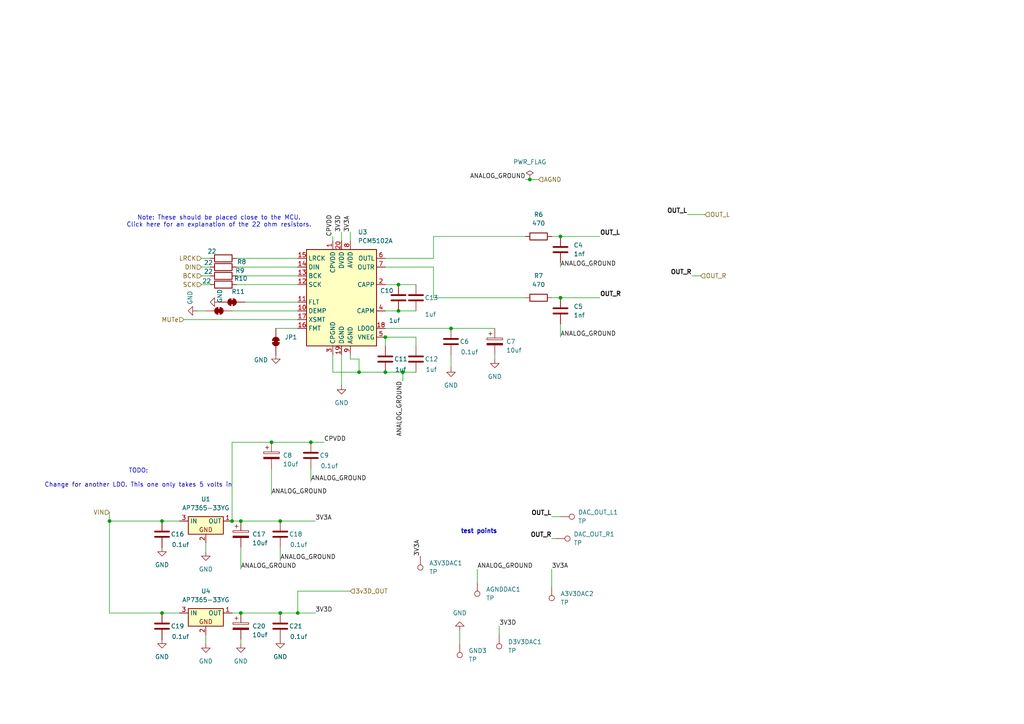
<source format=kicad_sch>
(kicad_sch (version 20231120) (generator "eeschema") (generator_version "8.0")
  (paper "A4")
  (lib_symbols
    (symbol "Audio:PCM5102A"
      (property "Reference" "U" (at -10.16 13.97 0))
      (property "Value" "PCM5102A" (at 3.81 13.97 0))
      (symbol "PCM5102A_0_1"
        (rectangle (start -10.16 12.7) (end 10.16 -15.24) (stroke (width 0.254)) (fill (type background)))
      )
      (symbol "PCM5102A_1_1"
        (pin passive line (at -2.54 15.24 270) (length 2.54) (name "CPVDD") (number "1"))
        (pin input line (at -12.7 -5.08 0) (length 2.54) (name "DEMP") (number "10"))
        (pin input line (at -12.7 -2.54 0) (length 2.54) (name "FLT") (number "11"))
        (pin input line (at -12.7 2.54 0) (length 2.54) (name "SCK") (number "12"))
        (pin input line (at -12.7 5.08 0) (length 2.54) (name "BCK") (number "13"))
        (pin input line (at -12.7 7.62 0) (length 2.54) (name "DIN") (number "14"))
        (pin input line (at -12.7 10.16 0) (length 2.54) (name "LRCK") (number "15"))
        (pin input line (at -12.7 -10.16 0) (length 2.54) (name "FMT") (number "16"))
        (pin input line (at -12.7 -7.62 0) (length 2.54) (name "XSMT") (number "17"))
        (pin passive line (at 12.7 -10.16 180) (length 2.54) (name "LDOO") (number "18"))
        (pin power_in line (at 0 -17.78 90) (length 2.54) (name "DGND") (number "19"))
        (pin passive line (at 12.7 2.54 180) (length 2.54) (name "CAPP") (number "2"))
        (pin power_in line (at 0 15.24 270) (length 2.54) (name "DVDD") (number "20"))
        (pin power_in line (at -2.54 -17.78 90) (length 2.54) (name "CPGND") (number "3"))
        (pin passive line (at 12.7 -5.08 180) (length 2.54) (name "CAPM") (number "4"))
        (pin passive line (at 12.7 -12.7 180) (length 2.54) (name "VNEG") (number "5"))
        (pin output line (at 12.7 10.16 180) (length 2.54) (name "OUTL") (number "6"))
        (pin output line (at 12.7 7.62 180) (length 2.54) (name "OUTR") (number "7"))
        (pin power_in line (at 2.54 15.24 270) (length 2.54) (name "AVDD") (number "8"))
        (pin power_in line (at 2.54 -17.78 90) (length 2.54) (name "AGND") (number "9"))
      )
    )
    (symbol "Connector:TestPoint" (pin_numbers hide) (pin_names (offset 0.762) hide)
      (property "Reference" "TP" (at 0 6.858 0))
      (property "Value" "TestPoint" (at 0 5.08 0))
      (symbol "TestPoint_0_1"
        (circle (center 0 3.302) (radius 0.762))
      )
      (symbol "TestPoint_1_1"
        (pin passive line (at 0 0 90) (length 2.54) (name "1") (number "1"))
      )
    )
    (symbol "Device:C" (pin_numbers hide) (pin_names (offset 0.254))
      (property "Reference" "C" (at 0.635 2.54 0))
      (property "Value" "C" (at 0.635 -2.54 0))
      (symbol "C_0_1"
        (polyline (pts (xy -2.032 -0.762) (xy 2.032 -0.762)) (stroke (width 0.508)))
        (polyline (pts (xy -2.032 0.762) (xy 2.032 0.762)) (stroke (width 0.508)))
      )
      (symbol "C_1_1"
        (pin passive line (at 0 3.81 270) (length 2.794) (name "~") (number "1"))
        (pin passive line (at 0 -3.81 90) (length 2.794) (name "~") (number "2"))
      )
    )
    (symbol "Device:C_Polarized" (pin_numbers hide) (pin_names (offset 0.254))
      (property "Reference" "C" (at 0.635 2.54 0))
      (property "Value" "C_Polarized" (at 0.635 -2.54 0))
      (symbol "C_Polarized_0_1"
        (rectangle (start -2.286 0.508) (end 2.286 1.016))
        (polyline (pts (xy -1.778 2.286) (xy -0.762 2.286)))
        (polyline (pts (xy -1.27 2.794) (xy -1.27 1.778)))
        (rectangle (start 2.286 -0.508) (end -2.286 -1.016) (fill (type outline)))
      )
      (symbol "C_Polarized_1_1"
        (pin passive line (at 0 3.81 270) (length 2.794) (name "~") (number "1"))
        (pin passive line (at 0 -3.81 90) (length 2.794) (name "~") (number "2"))
      )
    )
    (symbol "Device:R" (pin_numbers hide) (pin_names (offset 0))
      (property "Reference" "R" (at 2.032 0 90))
      (property "Value" "R" (at 0 0 90))
      (symbol "R_0_1"
        (rectangle (start -1.016 -2.54) (end 1.016 2.54) (stroke (width 0.254)))
      )
      (symbol "R_1_1"
        (pin passive line (at 0 3.81 270) (length 1.27) (name "~") (number "1"))
        (pin passive line (at 0 -3.81 90) (length 1.27) (name "~") (number "2"))
      )
    )
    (symbol "Jumper:SolderJumper_2_Bridged" (pin_numbers hide) (pin_names (offset 0) hide) (exclude_from_sim yes) (in_bom no)
      (property "Reference" "JP" (at 0 2.032 0))
      (property "Value" "SolderJumper_2_Bridged" (at 0 -2.54 0))
      (symbol "SolderJumper_2_Bridged_0_1"
        (rectangle (start -0.508 0.508) (end 0.508 -0.508) (fill (type outline)))
        (arc (start -0.254 1.016) (mid -1.2656 0) (end -0.254 -1.016))
        (arc (start -0.254 1.016) (mid -1.2656 0) (end -0.254 -1.016) (fill (type outline)))
        (polyline (pts (xy -0.254 1.016) (xy -0.254 -1.016)))
        (polyline (pts (xy 0.254 1.016) (xy 0.254 -1.016)))
        (arc (start 0.254 -1.016) (mid 1.2656 0) (end 0.254 1.016))
        (arc (start 0.254 -1.016) (mid 1.2656 0) (end 0.254 1.016) (fill (type outline)))
      )
      (symbol "SolderJumper_2_Bridged_1_1"
        (pin passive line (at -3.81 0 0) (length 2.54) (name "A") (number "1"))
        (pin passive line (at 3.81 0 180) (length 2.54) (name "B") (number "2"))
      )
    )
    (symbol "PCM_Voltage_Regulator_AKL:AP7365-33YG"
      (property "Reference" "U" (at 0 6.35 0))
      (property "Value" "AP7365-33YG" (at 0 3.81 0))
      (symbol "AP7365-33YG_0_0"
        (rectangle (start -5.08 1.27) (end 5.08 -3.81) (stroke (width 0.254)) (fill (type background)))
        (text "GND" (at 0 -2.54 0) (effects (font (size 1.27 1.27))))
      )
      (symbol "AP7365-33YG_1_1"
        (pin power_out line (at 7.62 0 180) (length 2.54) (name "OUT") (number "1"))
        (pin power_in line (at 0 -6.35 90) (length 2.54) (name "~") (number "2"))
        (pin power_in line (at -7.62 0 0) (length 2.54) (name "IN") (number "3"))
      )
    )
    (symbol "power:GND" (power) (pin_numbers hide) (pin_names (offset 0) hide)
      (property "Value" "GND" (at 0 -3.81 0))
      (symbol "GND_0_1"
        (polyline (pts (xy 0 0) (xy 0 -1.27) (xy 1.27 -1.27) (xy 0 -2.54) (xy -1.27 -1.27) (xy 0 -1.27)))
      )
      (symbol "GND_1_1"
        (pin power_in line (at 0 0 270) (length 0) (name "~") (number "1"))
      )
    )
    (symbol "power:PWR_FLAG" (power) (pin_numbers hide) (pin_names (offset 0) hide)
      (property "Value" "PWR_FLAG" (at 0 3.81 0))
      (symbol "PWR_FLAG_0_0"
        (pin power_out line (at 0 0 90) (length 0) (name "~") (number "1"))
      )
      (symbol "PWR_FLAG_0_1"
        (polyline (pts (xy 0 0) (xy 0 1.27) (xy -1.016 1.905) (xy 0 2.54) (xy 1.016 1.905) (xy 0 1.27)))
      )
    )
  )
  (junction (at 86.36 177.8))
  (junction (at 115.57 82.55))
  (junction (at 104.14 107.95))
  (junction (at 46.99 151.13))
  (junction (at 90.17 128.27))
  (junction (at 162.56 68.58))
  (junction (at 81.28 151.13))
  (junction (at 153.67 52.07))
  (junction (at 78.74 128.27))
  (junction (at 162.56 86.36))
  (junction (at 111.76 107.95))
  (junction (at 69.85 177.8))
  (junction (at 115.57 90.17))
  (junction (at 111.76 97.79))
  (junction (at 116.84 107.95))
  (junction (at 81.28 177.8))
  (junction (at 67.31 151.13))
  (junction (at 46.99 177.8))
  (junction (at 130.81 95.25))
  (junction (at 69.85 151.13))
  (junction (at 31.75 151.13))
  (wire (pts (xy 115.57 90.17) (xy 120.65 90.17)))
  (wire (pts (xy 67.31 90.17) (xy 86.36 90.17)))
  (wire (pts (xy 78.74 128.27) (xy 90.17 128.27)))
  (wire (pts (xy 67.31 177.8) (xy 69.85 177.8)))
  (wire (pts (xy 104.14 104.14) (xy 101.6 104.14)))
  (wire (pts (xy 86.36 171.45) (xy 101.6 171.45)))
  (wire (pts (xy 153.67 52.07) (xy 156.21 52.07)))
  (wire (pts (xy 125.73 74.93) (xy 111.76 74.93)))
  (wire (pts (xy 162.56 86.36) (xy 173.99 86.36)))
  (wire (pts (xy 31.75 151.13) (xy 31.75 177.8)))
  (wire (pts (xy 143.51 102.87) (xy 143.51 104.14)))
  (wire (pts (xy 152.4 52.07) (xy 153.67 52.07)))
  (wire (pts (xy 162.56 93.98) (xy 162.56 97.79)))
  (wire (pts (xy 125.73 68.58) (xy 125.73 74.93)))
  (wire (pts (xy 160.02 149.86) (xy 162.56 149.86)))
  (wire (pts (xy 69.85 151.13) (xy 81.28 151.13)))
  (wire (pts (xy 116.84 107.95) (xy 120.65 107.95)))
  (wire (pts (xy 115.57 82.55) (xy 120.65 82.55)))
  (wire (pts (xy 160.02 68.58) (xy 162.56 68.58)))
  (wire (pts (xy 160.02 156.21) (xy 161.29 156.21)))
  (wire (pts (xy 111.76 97.79) (xy 120.65 97.79)))
  (wire (pts (xy 125.73 86.36) (xy 152.4 86.36)))
  (wire (pts (xy 31.75 151.13) (xy 46.99 151.13)))
  (wire (pts (xy 99.06 67.31) (xy 99.06 69.85)))
  (wire (pts (xy 111.76 95.25) (xy 130.81 95.25)))
  (wire (pts (xy 60.96 80.01) (xy 58.42 80.01)))
  (wire (pts (xy 60.96 77.47) (xy 58.42 77.47)))
  (wire (pts (xy 69.85 177.8) (xy 81.28 177.8)))
  (wire (pts (xy 57.15 90.17) (xy 59.69 90.17)))
  (wire (pts (xy 200.66 80.01) (xy 203.2 80.01)))
  (wire (pts (xy 80.01 95.25) (xy 86.36 95.25)))
  (wire (pts (xy 68.58 80.01) (xy 86.36 80.01)))
  (wire (pts (xy 60.96 74.93) (xy 58.42 74.93)))
  (wire (pts (xy 130.81 102.87) (xy 130.81 106.68)))
  (wire (pts (xy 96.52 107.95) (xy 104.14 107.95)))
  (wire (pts (xy 31.75 177.8) (xy 46.99 177.8)))
  (wire (pts (xy 104.14 104.14) (xy 104.14 107.95)))
  (wire (pts (xy 78.74 135.89) (xy 78.74 143.51)))
  (wire (pts (xy 130.81 95.25) (xy 143.51 95.25)))
  (wire (pts (xy 99.06 102.87) (xy 99.06 111.76)))
  (wire (pts (xy 162.56 68.58) (xy 173.99 68.58)))
  (wire (pts (xy 68.58 82.55) (xy 86.36 82.55)))
  (wire (pts (xy 59.69 184.15) (xy 59.69 186.69)))
  (wire (pts (xy 86.36 177.8) (xy 91.44 177.8)))
  (wire (pts (xy 199.39 62.23) (xy 204.47 62.23)))
  (wire (pts (xy 125.73 86.36) (xy 125.73 77.47)))
  (wire (pts (xy 111.76 107.95) (xy 104.14 107.95)))
  (wire (pts (xy 71.12 87.63) (xy 86.36 87.63)))
  (wire (pts (xy 96.52 107.95) (xy 96.52 102.87)))
  (wire (pts (xy 68.58 77.47) (xy 86.36 77.47)))
  (wire (pts (xy 53.34 92.71) (xy 86.36 92.71)))
  (wire (pts (xy 81.28 158.75) (xy 81.28 162.56)))
  (wire (pts (xy 144.78 181.61) (xy 144.78 184.15)))
  (wire (pts (xy 111.76 97.79) (xy 111.76 100.33)))
  (wire (pts (xy 78.74 128.27) (xy 67.31 128.27)))
  (wire (pts (xy 120.65 100.33) (xy 120.65 97.79)))
  (wire (pts (xy 46.99 151.13) (xy 52.07 151.13)))
  (wire (pts (xy 160.02 165.1) (xy 160.02 170.18)))
  (wire (pts (xy 60.96 82.55) (xy 58.42 82.55)))
  (wire (pts (xy 81.28 151.13) (xy 91.44 151.13)))
  (wire (pts (xy 69.85 185.42) (xy 69.85 186.69)))
  (wire (pts (xy 125.73 68.58) (xy 152.4 68.58)))
  (wire (pts (xy 125.73 77.47) (xy 111.76 77.47)))
  (wire (pts (xy 111.76 90.17) (xy 115.57 90.17)))
  (wire (pts (xy 46.99 177.8) (xy 52.07 177.8)))
  (wire (pts (xy 101.6 67.31) (xy 101.6 69.85)))
  (wire (pts (xy 116.84 107.95) (xy 116.84 110.49)))
  (wire (pts (xy 90.17 128.27) (xy 93.98 128.27)))
  (wire (pts (xy 162.56 76.2) (xy 162.56 77.47)))
  (wire (pts (xy 101.6 104.14) (xy 101.6 102.87)))
  (wire (pts (xy 138.43 165.1) (xy 138.43 168.91)))
  (wire (pts (xy 67.31 128.27) (xy 67.31 151.13)))
  (wire (pts (xy 111.76 107.95) (xy 116.84 107.95)))
  (wire (pts (xy 160.02 86.36) (xy 162.56 86.36)))
  (wire (pts (xy 90.17 135.89) (xy 90.17 139.7)))
  (wire (pts (xy 133.35 182.88) (xy 133.35 186.69)))
  (wire (pts (xy 67.31 151.13) (xy 69.85 151.13)))
  (wire (pts (xy 111.76 82.55) (xy 115.57 82.55)))
  (wire (pts (xy 68.58 74.93) (xy 86.36 74.93)))
  (wire (pts (xy 96.52 68.58) (xy 96.52 69.85)))
  (wire (pts (xy 86.36 171.45) (xy 86.36 177.8)))
  (wire (pts (xy 31.75 148.59) (xy 31.75 151.13)))
  (wire (pts (xy 59.69 157.48) (xy 59.69 160.02)))
  (wire (pts (xy 69.85 158.75) (xy 69.85 165.1)))
  (wire (pts (xy 81.28 177.8) (xy 86.36 177.8)))
  (text "Note: These should be placed close to the MCU. \nClick here for an explanation of the 22 ohm resistors. " (at 64.008 64.262 0) (effects (font (size 1.27 1.27))))
  (text "TODO:\n\nChange for another LDO. This one only takes 5 volts in" (at 40.132 138.684 0) (effects (font (size 1.27 1.27))))
  (text "test points" (at 138.938 154.178 0) (effects (font (size 1.27 1.27) (thickness 0.254) (bold yes))))
  (label "ANALOG_GROUND" (at 69.85 165.1 0))
  (label "3V3A" (at 121.92 161.29 90))
  (label "ANALOG_GROUND" (at 116.84 110.49 270))
  (label "ANALOG_GROUND" (at 152.4 52.07 180))
  (label "OUT_R" (at 173.99 86.36 0) (effects (font (thickness 0.254) (bold yes))))
  (label "3V3A" (at 160.02 165.1 0))
  (label "CPVDD" (at 96.52 68.58 90))
  (label "ANALOG_GROUND" (at 162.56 97.79 0))
  (label "3V3A" (at 91.44 151.13 0))
  (label "ANALOG_GROUND" (at 78.74 143.51 0))
  (label "3V3A" (at 101.6 67.31 90))
  (label "3V3D" (at 99.06 67.31 90))
  (label "OUT_R" (at 160.02 156.21 180) (effects (font (thickness 0.254) (bold yes))))
  (label "3V3D" (at 144.78 181.61 0))
  (label "ANALOG_GROUND" (at 90.17 139.7 0))
  (label "ANALOG_GROUND" (at 138.43 165.1 0))
  (label "OUT_R" (at 200.66 80.01 180) (effects (font (thickness 0.254) (bold yes))))
  (label "ANALOG_GROUND" (at 162.56 77.47 0))
  (label "OUT_L" (at 199.39 62.23 180) (effects (font (thickness 0.254) (bold yes))))
  (label "ANALOG_GROUND" (at 81.28 162.56 0))
  (label "CPVDD" (at 93.98 128.27 0))
  (label "OUT_L" (at 160.02 149.86 180) (effects (font (thickness 0.254) (bold yes))))
  (label "OUT_L" (at 173.99 68.58 0) (effects (font (thickness 0.254) (bold yes))))
  (label "3V3D" (at 91.44 177.8 0))
  (hierarchical_label "AGND" (shape input) (at 156.21 52.07 0))
  (hierarchical_label "DIN" (shape input) (at 58.42 77.47 180))
  (hierarchical_label "OUT_L" (shape input) (at 204.47 62.23 0))
  (hierarchical_label "VIN" (shape input) (at 31.75 148.59 180))
  (hierarchical_label "BCK" (shape input) (at 58.42 80.01 180))
  (hierarchical_label "SCK" (shape input) (at 58.42 82.55 180))
  (hierarchical_label "MUTe" (shape input) (at 53.34 92.71 180))
  (hierarchical_label "3v3D_OUT" (shape input) (at 101.6 171.45 0))
  (hierarchical_label "OUT_R" (shape input) (at 203.2 80.01 0))
  (hierarchical_label "LRCK" (shape input) (at 58.42 74.93 180))
  (symbol (lib_id "power:GND") (at 130.81 106.68 0) (unit 1)
    (property "Reference" "#PWR028" (effects (hide yes)))
    (property "Value" "GND" (at 130.81 111.76 0))
    (property "Description" "Power symbol creates a global label with name \"GND\" , ground" (effects (hide yes)))
  )
  (symbol (lib_id "Device:C_Polarized") (at 143.51 99.06 0) (unit 1)
    (property "Reference" "C7" (at 146.812 99.06 0) (effects (justify left)))
    (property "Value" "10uf" (at 146.812 101.6 0) (effects (justify left)))
    (property "Footprint" "Capacitor_SMD:CP_Elec_5x5.7" (effects (hide yes)))
    (property "Description" "Polarized capacitor" (effects (hide yes)))
  )
  (symbol (lib_id "Connector:TestPoint") (at 121.92 161.29 180) (unit 1)
    (property "Reference" "A3V3DAC1" (at 124.46 163.3219 0) (effects (justify right)))
    (property "Value" "TP" (at 124.46 165.8619 0) (effects (justify right)))
    (property "Footprint" "TestPoint:TestPoint_Pad_1.0x1.0mm" (effects (hide yes)))
    (property "Description" "test point" (effects (hide yes)))
  )
  (symbol (lib_id "power:GND") (at 99.06 111.76 0) (unit 1)
    (property "Reference" "#PWR034" (effects (hide yes)))
    (property "Value" "GND" (at 99.06 116.84 0))
    (property "Description" "Power symbol creates a global label with name \"GND\" , ground" (effects (hide yes)))
  )
  (symbol (lib_id "power:GND") (at 80.01 102.87 0) (unit 1)
    (property "Reference" "#PWR024" (effects (hide yes)))
    (property "Value" "GND" (at 75.692 104.394 0))
    (property "Description" "Power symbol creates a global label with name \"GND\" , ground" (effects (hide yes)))
  )
  (symbol (lib_id "PCM_Voltage_Regulator_AKL:AP7365-33YG") (at 59.69 151.13 0) (unit 1)
    (property "Reference" "U1" (at 59.69 144.78 0))
    (property "Value" "AP7365-33YG" (at 59.69 147.32 0))
    (property "Footprint" "PCM_Package_TO_SOT_SMD_AKL:SOT-89-3" (effects (hide yes)))
    (property "Datasheet" "https://www.diodes.com/assets/Datasheets/products_inactive_data/AP7365.pdf" (effects (hide yes)))
    (property "Description" "SOT-89 3.3V 600mA low dropout voltage regulator, Alternate KiCad Library" (effects (hide yes)))
  )
  (symbol (lib_id "Connector:TestPoint") (at 160.02 170.18 180) (unit 1)
    (property "Reference" "A3V3DAC2" (at 162.56 172.2119 0) (effects (justify right)))
    (property "Value" "TP" (at 162.56 174.7519 0) (effects (justify right)))
    (property "Footprint" "TestPoint:TestPoint_Pad_1.0x1.0mm" (effects (hide yes)))
    (property "Description" "test point" (effects (hide yes)))
  )
  (symbol (lib_id "power:PWR_FLAG") (at 153.67 52.07 0) (unit 1)
    (property "Reference" "#FLG01" (effects (hide yes)))
    (property "Value" "PWR_FLAG" (at 153.67 46.99 0))
    (property "Description" "Special symbol for telling ERC where power comes from" (effects (hide yes)))
  )
  (symbol (lib_id "power:GND") (at 143.51 104.14 0) (unit 1)
    (property "Reference" "#PWR029" (effects (hide yes)))
    (property "Value" "GND" (at 143.51 109.22 0))
    (property "Description" "Power symbol creates a global label with name \"GND\" , ground" (effects (hide yes)))
  )
  (symbol (lib_id "Device:C") (at 81.28 154.94 0) (unit 1)
    (property "Reference" "C18" (at 83.82 154.94 0) (effects (justify left)))
    (property "Value" "0.1uf" (at 84.074 157.988 0) (effects (justify left)))
    (property "Footprint" "Capacitor_SMD:C_0603_1608Metric_Pad1.08x0.95mm_HandSolder" (effects (hide yes)))
    (property "Description" "Unpolarized capacitor" (effects (hide yes)))
  )
  (symbol (lib_id "Connector:TestPoint") (at 138.43 168.91 180) (unit 1)
    (property "Reference" "AGNDDAC1" (at 140.97 170.9419 0) (effects (justify right)))
    (property "Value" "TP" (at 140.97 173.4819 0) (effects (justify right)))
    (property "Footprint" "TestPoint:TestPoint_Pad_1.0x1.0mm" (effects (hide yes)))
    (property "Description" "test point" (effects (hide yes)))
  )
  (symbol (lib_id "power:GND") (at 46.99 158.75 0) (unit 1)
    (property "Reference" "#PWR038" (effects (hide yes)))
    (property "Value" "GND" (at 46.99 163.83 0))
    (property "Description" "Power symbol creates a global label with name \"GND\" , ground" (effects (hide yes)))
  )
  (symbol (lib_id "Device:R") (at 64.77 82.55 90) (unit 1)
    (property "Reference" "R11" (at 69.088 84.582 90))
    (property "Value" "22" (at 59.944 81.534 90))
    (property "Footprint" "Resistor_SMD:R_0603_1608Metric_Pad0.98x0.95mm_HandSolder" (effects (hide yes)))
    (property "Description" "Resistor" (effects (hide yes)))
  )
  (symbol (lib_id "Connector:TestPoint") (at 133.35 186.69 180) (unit 1)
    (property "Reference" "GND3" (at 135.89 188.7219 0) (effects (justify right)))
    (property "Value" "TP" (at 135.89 191.2619 0) (effects (justify right)))
    (property "Footprint" "TestPoint:TestPoint_Pad_1.0x1.0mm" (effects (hide yes)))
    (property "Description" "test point" (effects (hide yes)))
  )
  (symbol (lib_id "Device:R") (at 64.77 77.47 90) (unit 1)
    (property "Reference" "R9" (at 69.596 78.486 90))
    (property "Value" "22" (at 60.452 76.2 90))
    (property "Footprint" "Resistor_SMD:R_0603_1608Metric_Pad0.98x0.95mm_HandSolder" (effects (hide yes)))
    (property "Description" "Resistor" (effects (hide yes)))
  )
  (symbol (lib_id "Connector:TestPoint") (at 162.56 149.86 270) (unit 1)
    (property "Reference" "DAC_OUT_L1" (at 167.64 148.5899 90) (effects (justify left)))
    (property "Value" "TP" (at 167.64 151.1299 90) (effects (justify left)))
    (property "Footprint" "TestPoint:TestPoint_Pad_1.0x1.0mm" (effects (hide yes)))
    (property "Description" "test point" (effects (hide yes)))
  )
  (symbol (lib_id "Device:C") (at 162.56 90.17 0) (unit 1)
    (property "Reference" "C5" (at 166.37 88.8999 0) (effects (justify left)))
    (property "Value" "1nf" (at 166.37 91.4399 0) (effects (justify left)))
    (property "Footprint" "Capacitor_SMD:C_0603_1608Metric" (effects (hide yes)))
    (property "Description" "Unpolarized capacitor" (effects (hide yes)))
  )
  (symbol (lib_id "Audio:PCM5102A") (at 99.06 85.09 0) (unit 1)
    (property "Reference" "U3" (at 103.7941 67.31 0) (effects (justify left)))
    (property "Value" "PCM5102A" (at 103.7941 69.85 0) (effects (justify left)))
    (property "Footprint" "Package_SO:TSSOP-20_4.4x6.5mm_P0.65mm" (effects (hide yes)))
    (property "Datasheet" "https://www.ti.com/lit/ds/symlink/pcm5102a.pdf" (effects (hide yes)))
    (property "Description" "2.1 VRMS, 112dB Audio Stereo DAC with PLL and 32-bit, 384kHz PCM Interface, TSSOP-20" (effects (hide yes)))
  )
  (symbol (lib_id "Device:C") (at 46.99 154.94 0) (unit 1)
    (property "Reference" "C16" (at 49.53 154.94 0) (effects (justify left)))
    (property "Value" "0.1uf" (at 49.784 157.988 0) (effects (justify left)))
    (property "Footprint" "Capacitor_SMD:C_0603_1608Metric_Pad1.08x0.95mm_HandSolder" (effects (hide yes)))
    (property "Description" "Unpolarized capacitor" (effects (hide yes)))
  )
  (symbol (lib_id "Device:C") (at 115.57 86.36 0) (unit 1)
    (property "Reference" "C10" (at 110.236 84.328 0) (effects (justify left)))
    (property "Value" "1uf" (at 112.776 92.964 0) (effects (justify left)))
    (property "Footprint" "Capacitor_SMD:C_0603_1608Metric" (effects (hide yes)))
    (property "Description" "Unpolarized capacitor" (effects (hide yes)))
  )
  (symbol (lib_id "Device:R") (at 156.21 68.58 270) (unit 1)
    (property "Reference" "R6" (at 156.21 62.23 90))
    (property "Value" "470" (at 156.21 64.77 90))
    (property "Footprint" "Resistor_SMD:R_0603_1608Metric_Pad0.98x0.95mm_HandSolder" (effects (hide yes)))
    (property "Description" "Resistor" (effects (hide yes)))
  )
  (symbol (lib_id "Device:C") (at 111.76 104.14 0) (unit 1)
    (property "Reference" "C11" (at 114.3 104.14 0) (effects (justify left)))
    (property "Value" "1uf" (at 114.554 107.188 0) (effects (justify left)))
    (property "Footprint" "Capacitor_SMD:C_0603_1608Metric" (effects (hide yes)))
    (property "Description" "Unpolarized capacitor" (effects (hide yes)))
  )
  (symbol (lib_id "Device:C_Polarized") (at 69.85 154.94 0) (unit 1)
    (property "Reference" "C17" (at 73.152 154.94 0) (effects (justify left)))
    (property "Value" "10uf" (at 73.152 157.48 0) (effects (justify left)))
    (property "Footprint" "Capacitor_SMD:CP_Elec_5x5.7" (effects (hide yes)))
    (property "Description" "Polarized capacitor" (effects (hide yes)))
  )
  (symbol (lib_id "power:GND") (at 57.15 90.17 270) (unit 1)
    (property "Reference" "#PWR022" (effects (hide yes)))
    (property "Value" "GND" (at 55.118 86.36 0))
    (property "Description" "Power symbol creates a global label with name \"GND\" , ground" (effects (hide yes)))
  )
  (symbol (lib_id "power:GND") (at 133.35 182.88 180) (unit 1)
    (property "Reference" "#PWR033" (effects (hide yes)))
    (property "Value" "GND" (at 133.35 177.8 0))
    (property "Description" "Power symbol creates a global label with name \"GND\" , ground" (effects (hide yes)))
  )
  (symbol (lib_id "power:GND") (at 63.5 87.63 270) (unit 1)
    (property "Reference" "#PWR041" (effects (hide yes)))
    (property "Value" "GND" (at 63.754 85.852 0))
    (property "Description" "Power symbol creates a global label with name \"GND\" , ground" (effects (hide yes)))
  )
  (symbol (lib_id "Device:C") (at 120.65 104.14 0) (unit 1)
    (property "Reference" "C12" (at 123.19 104.14 0) (effects (justify left)))
    (property "Value" "1uf" (at 123.444 107.188 0) (effects (justify left)))
    (property "Footprint" "Capacitor_SMD:C_0603_1608Metric" (effects (hide yes)))
    (property "Description" "Unpolarized capacitor" (effects (hide yes)))
  )
  (symbol (lib_id "power:GND") (at 69.85 186.69 0) (unit 1)
    (property "Reference" "#PWR047" (effects (hide yes)))
    (property "Value" "GND" (at 69.85 191.77 0))
    (property "Description" "Power symbol creates a global label with name \"GND\" , ground" (effects (hide yes)))
  )
  (symbol (lib_id "power:GND") (at 59.69 186.69 0) (unit 1)
    (property "Reference" "#PWR046" (effects (hide yes)))
    (property "Value" "GND" (at 59.69 191.77 0))
    (property "Description" "Power symbol creates a global label with name \"GND\" , ground" (effects (hide yes)))
  )
  (symbol (lib_id "Device:R") (at 64.77 74.93 90) (unit 1)
    (property "Reference" "R8" (at 70.104 75.946 90))
    (property "Value" "22" (at 61.468 72.898 90))
    (property "Footprint" "Resistor_SMD:R_0603_1608Metric_Pad0.98x0.95mm_HandSolder" (effects (hide yes)))
    (property "Description" "Resistor" (effects (hide yes)))
  )
  (symbol (lib_id "Device:R") (at 64.77 80.01 90) (unit 1)
    (property "Reference" "R10" (at 69.85 80.772 90))
    (property "Value" "22" (at 60.452 78.74 90))
    (property "Footprint" "Resistor_SMD:R_0603_1608Metric_Pad0.98x0.95mm_HandSolder" (effects (hide yes)))
    (property "Description" "Resistor" (effects (hide yes)))
  )
  (symbol (lib_id "Device:C") (at 130.81 99.06 0) (unit 1)
    (property "Reference" "C6" (at 133.35 99.06 0) (effects (justify left)))
    (property "Value" "0.1uf" (at 133.604 102.108 0) (effects (justify left)))
    (property "Footprint" "Capacitor_SMD:C_0603_1608Metric_Pad1.08x0.95mm_HandSolder" (effects (hide yes)))
    (property "Description" "Unpolarized capacitor" (effects (hide yes)))
  )
  (symbol (lib_id "Device:C") (at 81.28 181.61 0) (unit 1)
    (property "Reference" "C21" (at 83.82 181.61 0) (effects (justify left)))
    (property "Value" "0.1uf" (at 84.074 184.658 0) (effects (justify left)))
    (property "Footprint" "Capacitor_SMD:C_0603_1608Metric_Pad1.08x0.95mm_HandSolder" (effects (hide yes)))
    (property "Description" "Unpolarized capacitor" (effects (hide yes)))
  )
  (symbol (lib_id "Device:C") (at 120.65 86.36 0) (unit 1)
    (property "Reference" "C13" (at 123.19 86.36 0) (effects (justify left)))
    (property "Value" "1uf" (at 123.19 91.186 0) (effects (justify left)))
    (property "Footprint" "Capacitor_SMD:C_0603_1608Metric" (effects (hide yes)))
    (property "Description" "Unpolarized capacitor" (effects (hide yes)))
  )
  (symbol (lib_id "power:GND") (at 46.99 185.42 0) (unit 1)
    (property "Reference" "#PWR045" (effects (hide yes)))
    (property "Value" "GND" (at 46.99 190.5 0))
    (property "Description" "Power symbol creates a global label with name \"GND\" , ground" (effects (hide yes)))
  )
  (symbol (lib_id "power:GND") (at 81.28 185.42 0) (unit 1)
    (property "Reference" "#PWR048" (effects (hide yes)))
    (property "Value" "GND" (at 81.28 190.5 0))
    (property "Description" "Power symbol creates a global label with name \"GND\" , ground" (effects (hide yes)))
  )
  (symbol (lib_id "Connector:TestPoint") (at 161.29 156.21 270) (unit 1)
    (property "Reference" "DAC_OUT_R1" (at 166.37 154.9399 90) (effects (justify left)))
    (property "Value" "TP" (at 166.37 157.4799 90) (effects (justify left)))
    (property "Footprint" "TestPoint:TestPoint_Pad_1.0x1.0mm" (effects (hide yes)))
    (property "Description" "test point" (effects (hide yes)))
  )
  (symbol (lib_id "Device:C") (at 90.17 132.08 0) (unit 1)
    (property "Reference" "C9" (at 92.71 132.08 0) (effects (justify left)))
    (property "Value" "0.1uf" (at 92.964 135.128 0) (effects (justify left)))
    (property "Footprint" "Capacitor_SMD:C_0603_1608Metric_Pad1.08x0.95mm_HandSolder" (effects (hide yes)))
    (property "Description" "Unpolarized capacitor" (effects (hide yes)))
  )
  (symbol (lib_id "Device:C") (at 46.99 181.61 0) (unit 1)
    (property "Reference" "C19" (at 49.53 181.61 0) (effects (justify left)))
    (property "Value" "0.1uf" (at 49.784 184.658 0) (effects (justify left)))
    (property "Footprint" "Capacitor_SMD:C_0603_1608Metric_Pad1.08x0.95mm_HandSolder" (effects (hide yes)))
    (property "Description" "Unpolarized capacitor" (effects (hide yes)))
  )
  (symbol (lib_id "PCM_Voltage_Regulator_AKL:AP7365-33YG") (at 59.69 177.8 0) (unit 1)
    (property "Reference" "U4" (at 59.69 171.45 0))
    (property "Value" "AP7365-33YG" (at 59.69 173.99 0))
    (property "Footprint" "PCM_Package_TO_SOT_SMD_AKL:SOT-89-3" (effects (hide yes)))
    (property "Datasheet" "https://www.diodes.com/assets/Datasheets/products_inactive_data/AP7365.pdf" (effects (hide yes)))
    (property "Description" "SOT-89 3.3V 600mA low dropout voltage regulator, Alternate KiCad Library" (effects (hide yes)))
  )
  (symbol (lib_id "Jumper:SolderJumper_2_Bridged") (at 67.31 87.63 0) (unit 1) (exclude_from_sim yes) (in_bom no)
    (property "Reference" "JP2" (effects (hide yes)))
    (property "Value" "SolderJumper_2_Bridged" (effects (hide yes)))
    (property "Footprint" "Jumper:SolderJumper-2_P1.3mm_Bridged_Pad1.0x1.5mm" (effects (hide yes)))
    (property "Description" "Solder Jumper, 2-pole, closed/bridged" (effects (hide yes)))
  )
  (symbol (lib_id "Device:R") (at 156.21 86.36 270) (unit 1)
    (property "Reference" "R7" (at 156.21 80.01 90))
    (property "Value" "470" (at 156.21 82.55 90))
    (property "Footprint" "Resistor_SMD:R_0603_1608Metric_Pad0.98x0.95mm_HandSolder" (effects (hide yes)))
    (property "Description" "Resistor" (effects (hide yes)))
  )
  (symbol (lib_id "Device:C") (at 162.56 72.39 0) (unit 1)
    (property "Reference" "C4" (at 166.37 71.1199 0) (effects (justify left)))
    (property "Value" "1nf" (at 166.37 73.6599 0) (effects (justify left)))
    (property "Footprint" "Capacitor_SMD:C_0603_1608Metric" (effects (hide yes)))
    (property "Description" "Unpolarized capacitor" (effects (hide yes)))
  )
  (symbol (lib_id "Device:C_Polarized") (at 69.85 181.61 0) (unit 1)
    (property "Reference" "C20" (at 73.152 181.61 0) (effects (justify left)))
    (property "Value" "10uf" (at 73.152 184.15 0) (effects (justify left)))
    (property "Footprint" "Capacitor_SMD:CP_Elec_5x5.7" (effects (hide yes)))
    (property "Description" "Polarized capacitor" (effects (hide yes)))
  )
  (symbol (lib_id "Jumper:SolderJumper_2_Bridged") (at 63.5 90.17 0) (unit 1) (exclude_from_sim yes) (in_bom no)
    (property "Reference" "JP3" (effects (hide yes)))
    (property "Value" "SolderJumper_2_Bridged" (effects (hide yes)))
    (property "Footprint" "Jumper:SolderJumper-2_P1.3mm_Bridged_Pad1.0x1.5mm" (effects (hide yes)))
    (property "Description" "Solder Jumper, 2-pole, closed/bridged" (effects (hide yes)))
  )
  (symbol (lib_id "power:GND") (at 59.69 160.02 0) (unit 1)
    (property "Reference" "#PWR040" (effects (hide yes)))
    (property "Value" "GND" (at 59.69 165.1 0))
    (property "Description" "Power symbol creates a global label with name \"GND\" , ground" (effects (hide yes)))
  )
  (symbol (lib_id "Jumper:SolderJumper_2_Bridged") (at 80.01 99.06 90) (unit 1) (exclude_from_sim yes) (in_bom no)
    (property "Reference" "JP1" (at 82.55 97.7899 90) (effects (justify right)))
    (property "Value" "SolderJumper_2_Bridged" (effects (hide yes)))
    (property "Footprint" "Jumper:SolderJumper-2_P1.3mm_Bridged_Pad1.0x1.5mm" (effects (hide yes)))
    (property "Description" "Solder Jumper, 2-pole, closed/bridged" (effects (hide yes)))
  )
  (symbol (lib_id "Connector:TestPoint") (at 144.78 184.15 180) (unit 1)
    (property "Reference" "D3V3DAC1" (at 147.32 186.1819 0) (effects (justify right)))
    (property "Value" "TP" (at 147.32 188.7219 0) (effects (justify right)))
    (property "Footprint" "TestPoint:TestPoint_Pad_1.0x1.0mm" (effects (hide yes)))
    (property "Description" "test point" (effects (hide yes)))
  )
  (symbol (lib_id "Device:C_Polarized") (at 78.74 132.08 0) (unit 1)
    (property "Reference" "C8" (at 82.042 132.08 0) (effects (justify left)))
    (property "Value" "10uf" (at 82.042 134.62 0) (effects (justify left)))
    (property "Footprint" "Capacitor_SMD:CP_Elec_5x5.7" (effects (hide yes)))
    (property "Description" "Polarized capacitor" (effects (hide yes)))
  )
)
</source>
